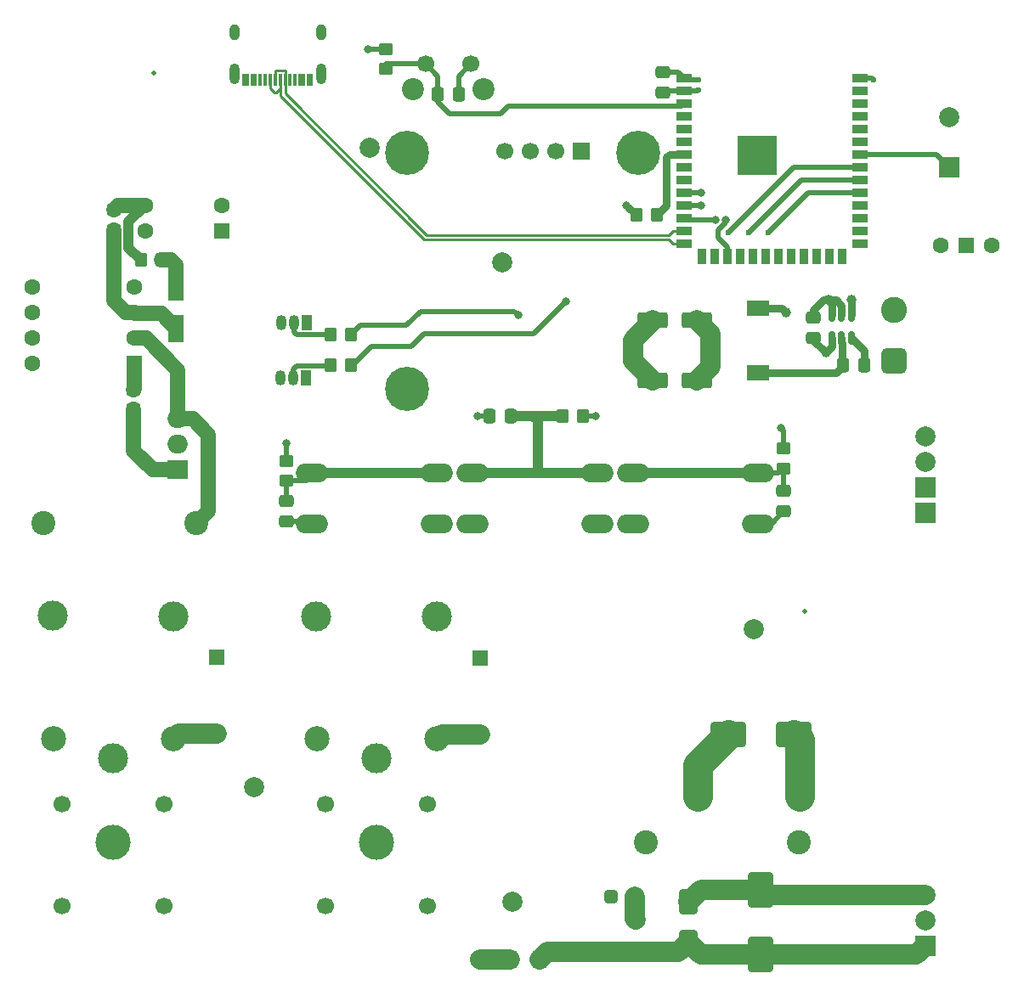
<source format=gbr>
%TF.GenerationSoftware,KiCad,Pcbnew,9.0.6*%
%TF.CreationDate,2026-01-02T13:15:05-05:00*%
%TF.ProjectId,Ionto,496f6e74-6f2e-46b6-9963-61645f706362,rev?*%
%TF.SameCoordinates,Original*%
%TF.FileFunction,Copper,L1,Top*%
%TF.FilePolarity,Positive*%
%FSLAX46Y46*%
G04 Gerber Fmt 4.6, Leading zero omitted, Abs format (unit mm)*
G04 Created by KiCad (PCBNEW 9.0.6) date 2026-01-02 13:15:05*
%MOMM*%
%LPD*%
G01*
G04 APERTURE LIST*
G04 Aperture macros list*
%AMRoundRect*
0 Rectangle with rounded corners*
0 $1 Rounding radius*
0 $2 $3 $4 $5 $6 $7 $8 $9 X,Y pos of 4 corners*
0 Add a 4 corners polygon primitive as box body*
4,1,4,$2,$3,$4,$5,$6,$7,$8,$9,$2,$3,0*
0 Add four circle primitives for the rounded corners*
1,1,$1+$1,$2,$3*
1,1,$1+$1,$4,$5*
1,1,$1+$1,$6,$7*
1,1,$1+$1,$8,$9*
0 Add four rect primitives between the rounded corners*
20,1,$1+$1,$2,$3,$4,$5,0*
20,1,$1+$1,$4,$5,$6,$7,0*
20,1,$1+$1,$6,$7,$8,$9,0*
20,1,$1+$1,$8,$9,$2,$3,0*%
G04 Aperture macros list end*
%TA.AperFunction,SMDPad,CuDef*%
%ADD10RoundRect,0.250000X0.350000X0.450000X-0.350000X0.450000X-0.350000X-0.450000X0.350000X-0.450000X0*%
%TD*%
%TA.AperFunction,SMDPad,CuDef*%
%ADD11RoundRect,0.250000X0.650000X-1.000000X0.650000X1.000000X-0.650000X1.000000X-0.650000X-1.000000X0*%
%TD*%
%TA.AperFunction,SMDPad,CuDef*%
%ADD12RoundRect,0.250000X-0.450000X0.350000X-0.450000X-0.350000X0.450000X-0.350000X0.450000X0.350000X0*%
%TD*%
%TA.AperFunction,SMDPad,CuDef*%
%ADD13RoundRect,0.250000X0.337500X0.475000X-0.337500X0.475000X-0.337500X-0.475000X0.337500X-0.475000X0*%
%TD*%
%TA.AperFunction,ComponentPad*%
%ADD14C,2.600000*%
%TD*%
%TA.AperFunction,ConnectorPad*%
%ADD15C,4.400000*%
%TD*%
%TA.AperFunction,ComponentPad*%
%ADD16O,3.200000X1.900000*%
%TD*%
%TA.AperFunction,WasherPad*%
%ADD17C,1.700000*%
%TD*%
%TA.AperFunction,ComponentPad*%
%ADD18C,3.500000*%
%TD*%
%TA.AperFunction,ComponentPad*%
%ADD19RoundRect,0.250000X0.550000X0.550000X-0.550000X0.550000X-0.550000X-0.550000X0.550000X-0.550000X0*%
%TD*%
%TA.AperFunction,ComponentPad*%
%ADD20C,1.600000*%
%TD*%
%TA.AperFunction,SMDPad,CuDef*%
%ADD21RoundRect,0.250001X0.462499X0.624999X-0.462499X0.624999X-0.462499X-0.624999X0.462499X-0.624999X0*%
%TD*%
%TA.AperFunction,ComponentPad*%
%ADD22R,1.050000X1.500000*%
%TD*%
%TA.AperFunction,ComponentPad*%
%ADD23O,1.050000X1.500000*%
%TD*%
%TA.AperFunction,SMDPad,CuDef*%
%ADD24C,0.500000*%
%TD*%
%TA.AperFunction,ComponentPad*%
%ADD25RoundRect,0.650000X0.650000X-0.650000X0.650000X0.650000X-0.650000X0.650000X-0.650000X-0.650000X0*%
%TD*%
%TA.AperFunction,SMDPad,CuDef*%
%ADD26RoundRect,0.250000X-0.475000X0.337500X-0.475000X-0.337500X0.475000X-0.337500X0.475000X0.337500X0*%
%TD*%
%TA.AperFunction,SMDPad,CuDef*%
%ADD27RoundRect,0.250000X0.550000X-1.137500X0.550000X1.137500X-0.550000X1.137500X-0.550000X-1.137500X0*%
%TD*%
%TA.AperFunction,SMDPad,CuDef*%
%ADD28RoundRect,0.250000X-1.500000X-1.000000X1.500000X-1.000000X1.500000X1.000000X-1.500000X1.000000X0*%
%TD*%
%TA.AperFunction,SMDPad,CuDef*%
%ADD29R,2.200000X1.500000*%
%TD*%
%TA.AperFunction,SMDPad,CuDef*%
%ADD30RoundRect,0.150000X-0.150000X0.512500X-0.150000X-0.512500X0.150000X-0.512500X0.150000X0.512500X0*%
%TD*%
%TA.AperFunction,SMDPad,CuDef*%
%ADD31RoundRect,0.250000X0.475000X-0.337500X0.475000X0.337500X-0.475000X0.337500X-0.475000X-0.337500X0*%
%TD*%
%TA.AperFunction,ComponentPad*%
%ADD32R,1.700000X1.700000*%
%TD*%
%TA.AperFunction,ComponentPad*%
%ADD33C,1.700000*%
%TD*%
%TA.AperFunction,SMDPad,CuDef*%
%ADD34RoundRect,0.250000X1.250000X0.550000X-1.250000X0.550000X-1.250000X-0.550000X1.250000X-0.550000X0*%
%TD*%
%TA.AperFunction,ComponentPad*%
%ADD35C,2.200000*%
%TD*%
%TA.AperFunction,ComponentPad*%
%ADD36R,2.000000X1.905000*%
%TD*%
%TA.AperFunction,ComponentPad*%
%ADD37O,2.000000X1.905000*%
%TD*%
%TA.AperFunction,ComponentPad*%
%ADD38C,3.000000*%
%TD*%
%TA.AperFunction,ComponentPad*%
%ADD39C,2.500000*%
%TD*%
%TA.AperFunction,SMDPad,CuDef*%
%ADD40RoundRect,0.250000X1.000000X-1.500000X1.000000X1.500000X-1.000000X1.500000X-1.000000X-1.500000X0*%
%TD*%
%TA.AperFunction,SMDPad,CuDef*%
%ADD41RoundRect,0.250000X-0.400000X-0.400000X0.400000X-0.400000X0.400000X0.400000X-0.400000X0.400000X0*%
%TD*%
%TA.AperFunction,SMDPad,CuDef*%
%ADD42RoundRect,0.250000X-0.750000X-0.400000X0.750000X-0.400000X0.750000X0.400000X-0.750000X0.400000X0*%
%TD*%
%TA.AperFunction,ComponentPad*%
%ADD43RoundRect,0.249999X-0.850001X-0.850001X0.850001X-0.850001X0.850001X0.850001X-0.850001X0.850001X0*%
%TD*%
%TA.AperFunction,ComponentPad*%
%ADD44R,2.000000X2.000000*%
%TD*%
%TA.AperFunction,ComponentPad*%
%ADD45C,2.000000*%
%TD*%
%TA.AperFunction,ComponentPad*%
%ADD46C,2.400000*%
%TD*%
%TA.AperFunction,SMDPad,CuDef*%
%ADD47RoundRect,0.250000X-0.337500X-0.475000X0.337500X-0.475000X0.337500X0.475000X-0.337500X0.475000X0*%
%TD*%
%TA.AperFunction,ComponentPad*%
%ADD48RoundRect,0.250000X-0.550000X0.550000X-0.550000X-0.550000X0.550000X-0.550000X0.550000X0.550000X0*%
%TD*%
%TA.AperFunction,SMDPad,CuDef*%
%ADD49R,1.500000X0.900000*%
%TD*%
%TA.AperFunction,SMDPad,CuDef*%
%ADD50R,0.900000X1.500000*%
%TD*%
%TA.AperFunction,HeatsinkPad*%
%ADD51C,0.600000*%
%TD*%
%TA.AperFunction,HeatsinkPad*%
%ADD52R,3.900000X3.900000*%
%TD*%
%TA.AperFunction,SMDPad,CuDef*%
%ADD53RoundRect,0.250000X0.450000X-0.350000X0.450000X0.350000X-0.450000X0.350000X-0.450000X-0.350000X0*%
%TD*%
%TA.AperFunction,SMDPad,CuDef*%
%ADD54R,0.300000X1.150000*%
%TD*%
%TA.AperFunction,HeatsinkPad*%
%ADD55O,1.000000X2.100000*%
%TD*%
%TA.AperFunction,HeatsinkPad*%
%ADD56O,1.000000X1.600000*%
%TD*%
%TA.AperFunction,ComponentPad*%
%ADD57R,1.500000X1.500000*%
%TD*%
%TA.AperFunction,ViaPad*%
%ADD58C,1.500000*%
%TD*%
%TA.AperFunction,ViaPad*%
%ADD59C,2.000000*%
%TD*%
%TA.AperFunction,ViaPad*%
%ADD60C,1.000000*%
%TD*%
%TA.AperFunction,ViaPad*%
%ADD61C,0.800000*%
%TD*%
%TA.AperFunction,ViaPad*%
%ADD62C,0.600000*%
%TD*%
%TA.AperFunction,Conductor*%
%ADD63C,1.500000*%
%TD*%
%TA.AperFunction,Conductor*%
%ADD64C,2.000000*%
%TD*%
%TA.AperFunction,Conductor*%
%ADD65C,3.000000*%
%TD*%
%TA.AperFunction,Conductor*%
%ADD66C,0.750000*%
%TD*%
%TA.AperFunction,Conductor*%
%ADD67C,0.250000*%
%TD*%
%TA.AperFunction,Conductor*%
%ADD68C,0.500000*%
%TD*%
%TA.AperFunction,Conductor*%
%ADD69C,1.000000*%
%TD*%
G04 APERTURE END LIST*
D10*
%TO.P,R1,1*%
%TO.N,PWM_OUT*%
X80000000Y-35260000D03*
%TO.P,R1,2*%
%TO.N,V_Control*%
X78000000Y-35260000D03*
%TD*%
D11*
%TO.P,D1,1,A1*%
%TO.N,V_Boost*%
X83150000Y-107760000D03*
%TO.P,D1,2,A2*%
%TO.N,Earth*%
X83150000Y-103760000D03*
%TD*%
D12*
%TO.P,R7,1*%
%TO.N,+3V3*%
X43150000Y-59760000D03*
%TO.P,R7,2*%
%TO.N,Dec - BTN*%
X43150000Y-61760000D03*
%TD*%
D13*
%TO.P,C1,1*%
%TO.N,Net-(U2-BST)*%
X100687500Y-50235000D03*
%TO.P,C1,2*%
%TO.N,Net-(U2-SW)*%
X98612500Y-50235000D03*
%TD*%
D14*
%TO.P,H1,1*%
%TO.N,N/C*%
X78214000Y-29020000D03*
D15*
X78214000Y-29020000D03*
%TD*%
D16*
%TO.P,SW5,1,1*%
%TO.N,Dec - BTN*%
X45650000Y-61010000D03*
X58150000Y-61010000D03*
%TO.P,SW5,2,2*%
%TO.N,GND*%
X45650000Y-66010000D03*
X58150000Y-66010000D03*
%TD*%
D17*
%TO.P,J5,*%
%TO.N,*%
X46990000Y-104170000D03*
X57150000Y-104170000D03*
X46990000Y-94010000D03*
X57150000Y-94010000D03*
D18*
%TO.P,J5,1,Pin_1*%
%TO.N,Electrode R*%
X52070000Y-97810000D03*
%TD*%
D19*
%TO.P,U5,1,OUT1*%
%TO.N,Net-(U5-OUT1)*%
X27980000Y-50070000D03*
D20*
%TO.P,U5,2,IN1-*%
%TO.N,Net-(Q3-S)*%
X27980000Y-47530000D03*
%TO.P,U5,3,IN1+*%
%TO.N,Filtered V_Control*%
X27980000Y-44990000D03*
%TO.P,U5,4,VCC-*%
%TO.N,Earth*%
X27980000Y-42450000D03*
%TO.P,U5,5,IN2+*%
%TO.N,unconnected-(U5-IN2+-Pad5)*%
X17820000Y-42450000D03*
%TO.P,U5,6,IN2-*%
%TO.N,unconnected-(U5-IN2--Pad6)*%
X17820000Y-44990000D03*
%TO.P,U5,7,OUT2*%
%TO.N,unconnected-(U5-OUT2-Pad7)*%
X17820000Y-47530000D03*
%TO.P,U5,8,VCC+*%
%TO.N,ISO_12v*%
X17820000Y-50070000D03*
%TD*%
D21*
%TO.P,50mA1,1*%
%TO.N,V_Boost*%
X68387500Y-109510000D03*
%TO.P,50mA1,2*%
%TO.N,V_Boost_FUSED*%
X65412500Y-109510000D03*
%TD*%
D22*
%TO.P,Q1,1,E*%
%TO.N,GND*%
X45110000Y-51510000D03*
D23*
%TO.P,Q1,2,B*%
%TO.N,Net-(Q1-B)*%
X43840000Y-51510000D03*
%TO.P,Q1,3,C*%
%TO.N,Net-(D3-A)*%
X42570000Y-51510000D03*
%TD*%
D10*
%TO.P,R14,1*%
%TO.N,Earth*%
X30650000Y-39760000D03*
%TO.P,R14,2*%
%TO.N,Net-(R13-Pad2)*%
X28650000Y-39760000D03*
%TD*%
D24*
%TO.P,REF\u002A\u002A,*%
%TO.N,*%
X94800000Y-74760000D03*
%TD*%
D12*
%TO.P,R5,1*%
%TO.N,+3V3*%
X92650000Y-58510000D03*
%TO.P,R5,2*%
%TO.N,Enter BTN*%
X92650000Y-60510000D03*
%TD*%
D25*
%TO.P,J1,1,Pin_1*%
%TO.N,GND*%
X103650000Y-49800000D03*
D14*
%TO.P,J1,2,Pin_2*%
%TO.N,Net-(J1-Pin_2)*%
X103650000Y-44720000D03*
%TD*%
D26*
%TO.P,C6,1*%
%TO.N,Enter BTN*%
X92650000Y-62722500D03*
%TO.P,C6,2*%
%TO.N,GND*%
X92650000Y-64797500D03*
%TD*%
D27*
%TO.P,C11,1*%
%TO.N,Filtered V_Control*%
X32150000Y-46572500D03*
%TO.P,C11,2*%
%TO.N,Earth*%
X32150000Y-42447500D03*
%TD*%
D28*
%TO.P,C10,1*%
%TO.N,ISO_12v*%
X87150000Y-87010000D03*
%TO.P,C10,2*%
%TO.N,Earth*%
X93650000Y-87010000D03*
%TD*%
D10*
%TO.P,R6,1*%
%TO.N,+3V3*%
X72650000Y-55260000D03*
%TO.P,R6,2*%
%TO.N,Inc + BTN*%
X70650000Y-55260000D03*
%TD*%
D22*
%TO.P,Q2,1,E*%
%TO.N,GND*%
X45150000Y-46010000D03*
D23*
%TO.P,Q2,2,B*%
%TO.N,Net-(Q2-B)*%
X43880000Y-46010000D03*
%TO.P,Q2,3,C*%
%TO.N,Net-(D2-A)*%
X42610000Y-46010000D03*
%TD*%
D16*
%TO.P,SW4,1,1*%
%TO.N,Inc + BTN*%
X61650000Y-61010000D03*
X74150000Y-61010000D03*
%TO.P,SW4,2,2*%
%TO.N,GND*%
X61650000Y-66010000D03*
X74150000Y-66010000D03*
%TD*%
D29*
%TO.P,L1,1,1*%
%TO.N,Net-(U2-SW)*%
X90150000Y-50960000D03*
%TO.P,L1,2,2*%
%TO.N,+3V3*%
X90150000Y-44560000D03*
%TD*%
D30*
%TO.P,U2,1,FB*%
%TO.N,+3V3*%
X99400000Y-45235000D03*
%TO.P,U2,2,EN*%
%TO.N,Vbat*%
X98450000Y-45235000D03*
%TO.P,U2,3,IN*%
X97500000Y-45235000D03*
%TO.P,U2,4,GND*%
%TO.N,GND*%
X97500000Y-47510000D03*
%TO.P,U2,5,SW*%
%TO.N,Net-(U2-SW)*%
X98450000Y-47510000D03*
%TO.P,U2,6,BST*%
%TO.N,Net-(U2-BST)*%
X99400000Y-47510000D03*
%TD*%
D31*
%TO.P,C12,1*%
%TO.N,+3V3*%
X80650000Y-23047500D03*
%TO.P,C12,2*%
%TO.N,GND*%
X80650000Y-20972500D03*
%TD*%
D32*
%TO.P,J2,1,Pin_1*%
%TO.N,SDA*%
X72497000Y-28860000D03*
D33*
%TO.P,J2,2,Pin_2*%
%TO.N,SCL*%
X69957000Y-28860000D03*
%TO.P,J2,3,Pin_3*%
%TO.N,+3V3*%
X67417000Y-28860000D03*
%TO.P,J2,4,Pin_4*%
%TO.N,GND*%
X64877000Y-28860000D03*
%TD*%
D34*
%TO.P,C3,1*%
%TO.N,+3V3*%
X84050000Y-51760000D03*
%TO.P,C3,2*%
%TO.N,GND*%
X79650000Y-51760000D03*
%TD*%
D12*
%TO.P,R4,1*%
%TO.N,+3V3*%
X52999000Y-18701000D03*
%TO.P,R4,2*%
%TO.N,EN*%
X52999000Y-20701000D03*
%TD*%
D16*
%TO.P,SW3,1,1*%
%TO.N,Enter BTN*%
X77650000Y-61010000D03*
X90150000Y-61010000D03*
%TO.P,SW3,2,2*%
%TO.N,GND*%
X77650000Y-66010000D03*
X90150000Y-66010000D03*
%TD*%
D35*
%TO.P,SW2,*%
%TO.N,*%
X55749000Y-22701000D03*
X62749000Y-22701000D03*
D33*
%TO.P,SW2,1,1*%
%TO.N,EN*%
X56999000Y-20201000D03*
%TO.P,SW2,2,2*%
%TO.N,GND*%
X61499000Y-20201000D03*
%TD*%
D10*
%TO.P,R8,1*%
%TO.N,IN2*%
X49550000Y-50250000D03*
%TO.P,R8,2*%
%TO.N,Net-(Q1-B)*%
X47550000Y-50250000D03*
%TD*%
D36*
%TO.P,Q3,1,G*%
%TO.N,Net-(Q3-G)*%
X32300000Y-60650000D03*
D37*
%TO.P,Q3,2,D*%
%TO.N,REG_Drain*%
X32300000Y-58110000D03*
%TO.P,Q3,3,S*%
%TO.N,Net-(Q3-S)*%
X32300000Y-55570000D03*
%TD*%
D26*
%TO.P,C8,1*%
%TO.N,Dec - BTN*%
X43150000Y-63722500D03*
%TO.P,C8,2*%
%TO.N,GND*%
X43150000Y-65797500D03*
%TD*%
D13*
%TO.P,C7,1*%
%TO.N,Inc + BTN*%
X65437500Y-55260000D03*
%TO.P,C7,2*%
%TO.N,GND*%
X63362500Y-55260000D03*
%TD*%
D38*
%TO.P,K1,1*%
%TO.N,Electrode L*%
X25850000Y-89410000D03*
D39*
%TO.P,K1,2*%
%TO.N,Net-(D2-A)*%
X31900000Y-87460000D03*
D38*
%TO.P,K1,3*%
%TO.N,V_Boost_FUSED*%
X31900000Y-75260000D03*
%TO.P,K1,4*%
%TO.N,REG_Drain*%
X19850000Y-75210000D03*
D39*
%TO.P,K1,5*%
%TO.N,Vbat*%
X19900000Y-87460000D03*
%TD*%
D40*
%TO.P,C9,1*%
%TO.N,V_Boost*%
X90400000Y-109010000D03*
%TO.P,C9,2*%
%TO.N,Earth*%
X90400000Y-102510000D03*
%TD*%
D14*
%TO.P,H3,1*%
%TO.N,N/C*%
X55114000Y-52580000D03*
D15*
X55114000Y-52580000D03*
%TD*%
D41*
%TO.P,RV1,1,1*%
%TO.N,Net-(U4-ADJ)*%
X77800000Y-103260000D03*
D42*
%TO.P,RV1,2,2*%
%TO.N,V_Boost*%
X76650000Y-108760000D03*
D41*
%TO.P,RV1,3,3*%
%TO.N,unconnected-(RV1-Pad3)*%
X75500000Y-103260000D03*
%TD*%
D34*
%TO.P,C4,1*%
%TO.N,+3V3*%
X84050000Y-45760000D03*
%TO.P,C4,2*%
%TO.N,GND*%
X79650000Y-45760000D03*
%TD*%
D43*
%TO.P,D4,1,K*%
%TO.N,ISO_12v*%
X84070000Y-93260000D03*
D35*
%TO.P,D4,2,A*%
%TO.N,Earth*%
X94230000Y-93260000D03*
%TD*%
D44*
%TO.P,BZ1,1,+*%
%TO.N,Buzzer*%
X109150000Y-30510000D03*
D45*
%TO.P,BZ1,2,-*%
%TO.N,GND*%
X109150000Y-25510000D03*
%TD*%
D26*
%TO.P,C2,1*%
%TO.N,Vbat*%
X95650000Y-45447500D03*
%TO.P,C2,2*%
%TO.N,GND*%
X95650000Y-47522500D03*
%TD*%
D38*
%TO.P,K2,1*%
%TO.N,Electrode R*%
X52100000Y-89460000D03*
D39*
%TO.P,K2,2*%
%TO.N,Net-(D3-A)*%
X58150000Y-87510000D03*
D38*
%TO.P,K2,3*%
%TO.N,V_Boost_FUSED*%
X58150000Y-75310000D03*
%TO.P,K2,4*%
%TO.N,REG_Drain*%
X46100000Y-75260000D03*
D39*
%TO.P,K2,5*%
%TO.N,Vbat*%
X46150000Y-87510000D03*
%TD*%
D46*
%TO.P,R12,1*%
%TO.N,V_Boost*%
X94150000Y-97760000D03*
%TO.P,R12,2*%
%TO.N,ISO_12v*%
X78910000Y-97760000D03*
%TD*%
D47*
%TO.P,C5,1*%
%TO.N,EN*%
X58211500Y-23201000D03*
%TO.P,C5,2*%
%TO.N,GND*%
X60286500Y-23201000D03*
%TD*%
D48*
%TO.P,D2,1,K*%
%TO.N,Vbat*%
X36150000Y-79340000D03*
D20*
%TO.P,D2,2,A*%
%TO.N,Net-(D2-A)*%
X36150000Y-86960000D03*
%TD*%
D17*
%TO.P,J4,*%
%TO.N,*%
X20740000Y-104120000D03*
X30900000Y-104120000D03*
X20740000Y-93960000D03*
X30900000Y-93960000D03*
D18*
%TO.P,J4,1,Pin_1*%
%TO.N,Electrode L*%
X25820000Y-97760000D03*
%TD*%
D46*
%TO.P,R11,1*%
%TO.N,Net-(Q3-S)*%
X34150000Y-66000000D03*
%TO.P,R11,2*%
%TO.N,Earth*%
X18910000Y-66000000D03*
%TD*%
D49*
%TO.P,U3,1,GND*%
%TO.N,GND*%
X82779216Y-21600000D03*
%TO.P,U3,2,3V3*%
%TO.N,+3V3*%
X82779216Y-22870000D03*
%TO.P,U3,3,EN*%
%TO.N,EN*%
X82779216Y-24140000D03*
%TO.P,U3,4,IO4*%
%TO.N,unconnected-(U3-IO4-Pad4)*%
X82779216Y-25410000D03*
%TO.P,U3,5,IO5*%
%TO.N,unconnected-(U3-IO5-Pad5)*%
X82779216Y-26680000D03*
%TO.P,U3,6,IO6*%
%TO.N,unconnected-(U3-IO6-Pad6)*%
X82779216Y-27950000D03*
%TO.P,U3,7,IO7*%
%TO.N,PWM_OUT*%
X82779216Y-29220000D03*
%TO.P,U3,8,IO15*%
%TO.N,unconnected-(U3-IO15-Pad8)*%
X82779216Y-30490000D03*
%TO.P,U3,9,IO16*%
%TO.N,unconnected-(U3-IO16-Pad9)*%
X82779216Y-31760000D03*
%TO.P,U3,10,IO17*%
%TO.N,IN1*%
X82779216Y-33030000D03*
%TO.P,U3,11,IO18*%
%TO.N,IN2*%
X82779216Y-34300000D03*
%TO.P,U3,12,IO8*%
%TO.N,SDA*%
X82779216Y-35570000D03*
%TO.P,U3,13,USB_D-*%
%TO.N,D-*%
X82779216Y-36840000D03*
%TO.P,U3,14,USB_D+*%
%TO.N,D+*%
X82779216Y-38110000D03*
D50*
%TO.P,U3,15,IO3*%
%TO.N,unconnected-(U3-IO3-Pad15)*%
X84544216Y-39360000D03*
%TO.P,U3,16,IO46*%
%TO.N,unconnected-(U3-IO46-Pad16)*%
X85814216Y-39360000D03*
%TO.P,U3,17,IO9*%
%TO.N,SCL*%
X87084216Y-39360000D03*
%TO.P,U3,18,IO10*%
%TO.N,unconnected-(U3-IO10-Pad18)*%
X88354216Y-39360000D03*
%TO.P,U3,19,IO11*%
%TO.N,unconnected-(U3-IO11-Pad19)*%
X89624216Y-39360000D03*
%TO.P,U3,20,IO12*%
%TO.N,unconnected-(U3-IO12-Pad20)*%
X90894216Y-39360000D03*
%TO.P,U3,21,IO13*%
%TO.N,unconnected-(U3-IO13-Pad21)*%
X92164216Y-39360000D03*
%TO.P,U3,22,IO14*%
%TO.N,unconnected-(U3-IO14-Pad22)*%
X93434216Y-39360000D03*
%TO.P,U3,23,IO21*%
%TO.N,unconnected-(U3-IO21-Pad23)*%
X94704216Y-39360000D03*
%TO.P,U3,24,IO47*%
%TO.N,unconnected-(U3-IO47-Pad24)*%
X95974216Y-39360000D03*
%TO.P,U3,25,IO48*%
%TO.N,unconnected-(U3-IO48-Pad25)*%
X97244216Y-39360000D03*
%TO.P,U3,26,IO45*%
%TO.N,unconnected-(U3-IO45-Pad26)*%
X98514216Y-39360000D03*
D49*
%TO.P,U3,27,IO0*%
%TO.N,unconnected-(U3-IO0-Pad27)*%
X100279216Y-38110000D03*
%TO.P,U3,28,IO35*%
%TO.N,unconnected-(U3-IO35-Pad28)*%
X100279216Y-36840000D03*
%TO.P,U3,29,IO36*%
%TO.N,unconnected-(U3-IO36-Pad29)*%
X100279216Y-35570000D03*
%TO.P,U3,30,IO37*%
%TO.N,unconnected-(U3-IO37-Pad30)*%
X100279216Y-34300000D03*
%TO.P,U3,31,IO38*%
%TO.N,Enter BTN*%
X100279216Y-33030000D03*
%TO.P,U3,32,IO39*%
%TO.N,Inc + BTN*%
X100279216Y-31760000D03*
%TO.P,U3,33,IO40*%
%TO.N,Dec - BTN*%
X100279216Y-30490000D03*
%TO.P,U3,34,IO41*%
%TO.N,Buzzer*%
X100279216Y-29220000D03*
%TO.P,U3,35,IO42*%
%TO.N,unconnected-(U3-IO42-Pad35)*%
X100279216Y-27950000D03*
%TO.P,U3,36,RXD0*%
%TO.N,unconnected-(U3-RXD0-Pad36)*%
X100279216Y-26680000D03*
%TO.P,U3,37,TXD0*%
%TO.N,unconnected-(U3-TXD0-Pad37)*%
X100279216Y-25410000D03*
%TO.P,U3,38,IO2*%
%TO.N,unconnected-(U3-IO2-Pad38)*%
X100279216Y-24140000D03*
%TO.P,U3,39,IO1*%
%TO.N,unconnected-(U3-IO1-Pad39)*%
X100279216Y-22870000D03*
%TO.P,U3,40,GND*%
%TO.N,GND*%
X100279216Y-21600000D03*
D51*
%TO.P,U3,41,GND*%
X88629216Y-28620000D03*
X88629216Y-30020000D03*
X89329216Y-27920000D03*
X89329216Y-29320000D03*
X89329216Y-30720000D03*
X90029216Y-28620000D03*
D52*
X90029216Y-29320000D03*
D51*
X90029216Y-30020000D03*
X90729216Y-27920000D03*
X90729216Y-29320000D03*
X90729216Y-30720000D03*
X91429216Y-28620000D03*
X91429216Y-30020000D03*
%TD*%
D45*
%TO.P,U4,1,Vin+*%
%TO.N,Vbat*%
X106800000Y-57310000D03*
%TO.P,U4,2,Vin+*%
X106800000Y-59850000D03*
D44*
%TO.P,U4,3,Vin-*%
%TO.N,GND*%
X106800000Y-62390000D03*
%TO.P,U4,4,Vin-*%
X106800000Y-64930000D03*
D45*
%TO.P,U4,5,-VDC*%
%TO.N,Earth*%
X106800000Y-103030000D03*
%TO.P,U4,6,ADJ*%
%TO.N,Net-(U4-ADJ)*%
X106800000Y-105570000D03*
D44*
%TO.P,U4,7,+VDC*%
%TO.N,V_Boost*%
X106800000Y-108110000D03*
%TD*%
D14*
%TO.P,H2,1*%
%TO.N,N/C*%
X55114000Y-29020000D03*
D15*
X55114000Y-29020000D03*
%TD*%
D53*
%TO.P,R13,1*%
%TO.N,Filtered V_Control*%
X25900000Y-36760000D03*
%TO.P,R13,2*%
%TO.N,Net-(R13-Pad2)*%
X25900000Y-34760000D03*
%TD*%
D24*
%TO.P,REF\u002A\u002A,*%
%TO.N,*%
X29900000Y-21060000D03*
%TD*%
D54*
%TO.P,J3,A1,GND*%
%TO.N,GND*%
X45600000Y-21735000D03*
%TO.P,J3,A4,VBUS*%
%TO.N,unconnected-(J3-VBUS-PadA4)*%
X44800000Y-21735000D03*
%TO.P,J3,A5,CC1*%
%TO.N,Net-(J3-CC1)*%
X43500000Y-21735000D03*
%TO.P,J3,A6,D+*%
%TO.N,D+*%
X42500000Y-21735000D03*
%TO.P,J3,A7,D-*%
%TO.N,D-*%
X42000000Y-21735000D03*
%TO.P,J3,A8*%
%TO.N,N/C*%
X41000000Y-21735000D03*
%TO.P,J3,A9,VBUS*%
%TO.N,unconnected-(J3-VBUS-PadA4)_1*%
X39700000Y-21735000D03*
%TO.P,J3,A12,GND*%
%TO.N,GND*%
X38900000Y-21735000D03*
%TO.P,J3,B1,GND*%
X39200000Y-21735000D03*
%TO.P,J3,B4,VBUS*%
%TO.N,unconnected-(J3-VBUS-PadA4)_3*%
X40000000Y-21735000D03*
%TO.P,J3,B5,CC2*%
%TO.N,Net-(J3-CC2)*%
X40500000Y-21735000D03*
%TO.P,J3,B6,D+*%
%TO.N,D+*%
X41500000Y-21735000D03*
%TO.P,J3,B7,D-*%
%TO.N,D-*%
X43000000Y-21735000D03*
%TO.P,J3,B8*%
%TO.N,N/C*%
X44000000Y-21735000D03*
%TO.P,J3,B9,VBUS*%
%TO.N,unconnected-(J3-VBUS-PadA4)_2*%
X44500000Y-21735000D03*
%TO.P,J3,B12,GND*%
%TO.N,GND*%
X45300000Y-21735000D03*
D55*
%TO.P,J3,S1,SHIELD*%
X46570000Y-21170000D03*
D56*
X46570000Y-16990000D03*
D55*
X37930000Y-21170000D03*
D56*
X37930000Y-16990000D03*
%TD*%
D53*
%TO.P,R10,1*%
%TO.N,Net-(Q3-G)*%
X27900000Y-54660000D03*
%TO.P,R10,2*%
%TO.N,Net-(U5-OUT1)*%
X27900000Y-52660000D03*
%TD*%
D48*
%TO.P,D3,1,K*%
%TO.N,Vbat*%
X62400000Y-79450000D03*
D20*
%TO.P,D3,2,A*%
%TO.N,Net-(D3-A)*%
X62400000Y-87070000D03*
%TD*%
D57*
%TO.P,SW1,1,B*%
%TO.N,Vbat*%
X110860000Y-38260000D03*
D20*
%TO.P,SW1,2,C*%
%TO.N,Net-(J1-Pin_2)*%
X113400000Y-38260000D03*
%TO.P,SW1,3,A*%
%TO.N,unconnected-(SW1-A-Pad3)*%
X108320000Y-38260000D03*
%TD*%
D19*
%TO.P,U6,1*%
%TO.N,V_Control*%
X36650000Y-36800000D03*
D20*
%TO.P,U6,2*%
%TO.N,GND*%
X36650000Y-34260000D03*
%TO.P,U6,3*%
%TO.N,Net-(R13-Pad2)*%
X29030000Y-34260000D03*
%TO.P,U6,4*%
%TO.N,ISO_12v*%
X29030000Y-36800000D03*
%TD*%
D10*
%TO.P,R9,1*%
%TO.N,IN1*%
X49550000Y-47200000D03*
%TO.P,R9,2*%
%TO.N,Net-(Q2-B)*%
X47550000Y-47200000D03*
%TD*%
D58*
%TO.N,Earth*%
X32150000Y-40260000D03*
D59*
X85400000Y-102510000D03*
X65650000Y-103760000D03*
%TO.N,Vbat*%
X89650000Y-76510000D03*
D60*
X97150000Y-43735000D03*
D59*
%TO.N,V_Boost*%
X72900000Y-108760000D03*
X85400000Y-109010000D03*
%TO.N,GND*%
X51408565Y-28574878D03*
D61*
X62150000Y-55260000D03*
D62*
X101650000Y-21760000D03*
D59*
X77650000Y-48510000D03*
D62*
X84150000Y-21760000D03*
D60*
X96900000Y-48985000D03*
D62*
%TO.N,Dec - BTN*%
X87150000Y-37010000D03*
D61*
%TO.N,IN2*%
X84400000Y-34260000D03*
X71000000Y-43860000D03*
D59*
%TO.N,V_Boost_FUSED*%
X39900000Y-92260000D03*
X62400000Y-109510000D03*
D61*
%TO.N,IN1*%
X66200000Y-45260000D03*
X84400000Y-33010000D03*
%TO.N,SCL*%
X86900000Y-35760000D03*
%TO.N,SDA*%
X85900000Y-35760000D03*
D59*
%TO.N,+3V3*%
X64650000Y-40010000D03*
D61*
X43150000Y-58010000D03*
X92400000Y-56510000D03*
D60*
X99400000Y-43735000D03*
D61*
X51249000Y-18701000D03*
D59*
X85400000Y-48510000D03*
D60*
X92900000Y-45010000D03*
D62*
X84150000Y-22760000D03*
D61*
X73900000Y-55260000D03*
D62*
%TO.N,Enter BTN*%
X91150000Y-37010000D03*
%TO.N,Inc + BTN*%
X89150000Y-37010000D03*
D61*
%TO.N,V_Control*%
X76977515Y-34294656D03*
D59*
%TO.N,Net-(U4-ADJ)*%
X77900000Y-105510000D03*
%TD*%
D63*
%TO.N,Earth*%
X32150000Y-42447500D02*
X32150000Y-40260000D01*
D64*
X90920000Y-103030000D02*
X90400000Y-102510000D01*
X84400000Y-102510000D02*
X83150000Y-103760000D01*
D63*
X31650000Y-39760000D02*
X32150000Y-40260000D01*
D64*
X90400000Y-102510000D02*
X85400000Y-102510000D01*
X85400000Y-102510000D02*
X84400000Y-102510000D01*
D65*
X94230000Y-93260000D02*
X94230000Y-87590000D01*
X94230000Y-87590000D02*
X93650000Y-87010000D01*
D64*
X106800000Y-103030000D02*
X90920000Y-103030000D01*
D63*
X30650000Y-39760000D02*
X31650000Y-39760000D01*
D66*
%TO.N,Vbat*%
X97150000Y-43735000D02*
X97150000Y-43785000D01*
X98450000Y-44285000D02*
X98450000Y-45235000D01*
X97150000Y-43735000D02*
X96650000Y-43735000D01*
X97900000Y-43735000D02*
X98450000Y-44285000D01*
X95650000Y-44735000D02*
X95650000Y-45447500D01*
X97500000Y-44135000D02*
X97500000Y-45235000D01*
X97150000Y-43785000D02*
X97500000Y-44135000D01*
X96650000Y-43735000D02*
X95650000Y-44735000D01*
X97150000Y-43735000D02*
X97900000Y-43735000D01*
%TO.N,Net-(U2-SW)*%
X98524000Y-47978918D02*
X98450000Y-47904918D01*
X90150000Y-50960000D02*
X97887500Y-50960000D01*
X98450000Y-47904918D02*
X98450000Y-47510000D01*
X98612500Y-50235000D02*
X98524000Y-50146500D01*
X97887500Y-50960000D02*
X98612500Y-50235000D01*
X98524000Y-50146500D02*
X98524000Y-47978918D01*
D64*
%TO.N,V_Boost*%
X76650000Y-108760000D02*
X72900000Y-108760000D01*
X69137500Y-108760000D02*
X68387500Y-109510000D01*
X85400000Y-109010000D02*
X84400000Y-109010000D01*
X105900000Y-109010000D02*
X106800000Y-108110000D01*
X90400000Y-109010000D02*
X105900000Y-109010000D01*
X90400000Y-109010000D02*
X85400000Y-109010000D01*
X84400000Y-109010000D02*
X83150000Y-107760000D01*
X72900000Y-108760000D02*
X69137500Y-108760000D01*
X82150000Y-108760000D02*
X83150000Y-107760000D01*
X76650000Y-108760000D02*
X82150000Y-108760000D01*
D66*
%TO.N,Net-(U2-BST)*%
X100687500Y-48797500D02*
X99400000Y-47510000D01*
X100687500Y-50235000D02*
X100687500Y-48797500D01*
D67*
%TO.N,D-*%
X42000000Y-20850000D02*
X42000000Y-21735000D01*
X57103554Y-37250000D02*
X81244215Y-37250000D01*
X43000000Y-21735000D02*
X43000000Y-20858000D01*
X43000000Y-21735000D02*
X43000000Y-23146446D01*
X43000000Y-20858000D02*
X42976000Y-20834000D01*
X42976000Y-20834000D02*
X42016000Y-20834000D01*
X57076777Y-37223223D02*
X57103554Y-37250000D01*
X43000000Y-23146446D02*
X57076777Y-37223223D01*
X81244215Y-37250000D02*
X81654215Y-36840000D01*
X81654215Y-36840000D02*
X82779216Y-36840000D01*
X42016000Y-20834000D02*
X42000000Y-20850000D01*
D63*
%TO.N,Filtered V_Control*%
X30637500Y-45060000D02*
X28050000Y-45060000D01*
X32150000Y-46572500D02*
X30637500Y-45060000D01*
X28050000Y-45060000D02*
X27980000Y-44990000D01*
X25900000Y-43760000D02*
X27130000Y-44990000D01*
X25900000Y-36760000D02*
X25900000Y-43760000D01*
X27130000Y-44990000D02*
X27980000Y-44990000D01*
D64*
%TO.N,Net-(D2-A)*%
X32400000Y-86960000D02*
X31900000Y-87460000D01*
X36150000Y-86960000D02*
X32400000Y-86960000D01*
%TO.N,Net-(D3-A)*%
X58590000Y-87070000D02*
X58150000Y-87510000D01*
X62400000Y-87070000D02*
X58590000Y-87070000D01*
D68*
%TO.N,GND*%
X101490000Y-21600000D02*
X101650000Y-21760000D01*
X80650000Y-20972500D02*
X82151716Y-20972500D01*
D66*
X97500000Y-48385000D02*
X97500000Y-47510000D01*
D68*
X89900000Y-66010000D02*
X91437500Y-66010000D01*
X82151716Y-20972500D02*
X82779216Y-21600000D01*
D66*
X96900000Y-48985000D02*
X97500000Y-48385000D01*
D68*
X45687500Y-65797500D02*
X45900000Y-66010000D01*
X100279216Y-21600000D02*
X101490000Y-21600000D01*
X60286500Y-23201000D02*
X60286500Y-21413500D01*
X82779216Y-21600000D02*
X82939216Y-21760000D01*
X82939216Y-21760000D02*
X84150000Y-21760000D01*
D64*
X77650000Y-47760000D02*
X77650000Y-48510000D01*
D66*
X95650000Y-47735000D02*
X96900000Y-48985000D01*
D68*
X43150000Y-65797500D02*
X45687500Y-65797500D01*
D64*
X77650000Y-48510000D02*
X77650000Y-49760000D01*
X79650000Y-45760000D02*
X77650000Y-47760000D01*
D68*
X62150000Y-55260000D02*
X63362500Y-55260000D01*
X60286500Y-21413500D02*
X61499000Y-20201000D01*
D64*
X77650000Y-49760000D02*
X79650000Y-51760000D01*
D66*
X95650000Y-47522500D02*
X95650000Y-47735000D01*
D68*
X91437500Y-66010000D02*
X92650000Y-64797500D01*
X108400000Y-25510000D02*
X109150000Y-25510000D01*
D65*
%TO.N,ISO_12v*%
X84070000Y-93260000D02*
X84070000Y-90090000D01*
X84070000Y-90090000D02*
X87150000Y-87010000D01*
D67*
%TO.N,D+*%
X42500000Y-23353554D02*
X56723223Y-37576777D01*
X81244215Y-37700000D02*
X81654215Y-38110000D01*
X81654215Y-38110000D02*
X82779216Y-38110000D01*
X41500000Y-22612000D02*
X41900000Y-23012000D01*
X56846446Y-37700000D02*
X81244215Y-37700000D01*
X42500000Y-21735000D02*
X42500000Y-22612000D01*
X42100000Y-23012000D02*
X42500000Y-22612000D01*
X42500000Y-22612000D02*
X42500000Y-23353554D01*
X56723223Y-37576777D02*
X56846446Y-37700000D01*
X41500000Y-21735000D02*
X41500000Y-22612000D01*
X42500000Y-21735000D02*
X42500000Y-23353554D01*
X41900000Y-23012000D02*
X42100000Y-23012000D01*
D68*
%TO.N,Dec - BTN*%
X100279216Y-30490000D02*
X93661216Y-30490000D01*
X43150000Y-61760000D02*
X45150000Y-61760000D01*
D69*
X58400000Y-61010000D02*
X45900000Y-61010000D01*
D68*
X43150000Y-61760000D02*
X43150000Y-63722500D01*
X45150000Y-61760000D02*
X45900000Y-61010000D01*
X93661216Y-30490000D02*
X87150000Y-37001216D01*
X87150000Y-37010000D02*
X87150000Y-37001216D01*
%TO.N,IN2*%
X70990000Y-43860000D02*
X67750000Y-47100000D01*
X82819216Y-34260000D02*
X82779216Y-34300000D01*
X51600000Y-48350000D02*
X49700000Y-50250000D01*
X49700000Y-50250000D02*
X49550000Y-50250000D01*
X71000000Y-43860000D02*
X70990000Y-43860000D01*
X84400000Y-34260000D02*
X82819216Y-34260000D01*
X55550000Y-48350000D02*
X51600000Y-48350000D01*
X56800000Y-47100000D02*
X55550000Y-48350000D01*
X67750000Y-47100000D02*
X56800000Y-47100000D01*
D64*
%TO.N,V_Boost_FUSED*%
X65412500Y-109510000D02*
X62400000Y-109510000D01*
D63*
%TO.N,Net-(Q3-S)*%
X29111370Y-47530000D02*
X32300000Y-50718630D01*
X32300000Y-55570000D02*
X33770000Y-55570000D01*
X32300000Y-50718630D02*
X32300000Y-55570000D01*
X27980000Y-47530000D02*
X29111370Y-47530000D01*
X33770000Y-55570000D02*
X35350000Y-57150000D01*
X35350000Y-57150000D02*
X35350000Y-64800000D01*
X35350000Y-64800000D02*
X34150000Y-66000000D01*
D66*
%TO.N,PWM_OUT*%
X81000000Y-29499216D02*
X81000000Y-34260000D01*
X81000000Y-34260000D02*
X80000000Y-35260000D01*
X82779216Y-29220000D02*
X81279216Y-29220000D01*
X81279216Y-29220000D02*
X81000000Y-29499216D01*
D63*
%TO.N,Net-(Q3-G)*%
X27900000Y-58750000D02*
X29800000Y-60650000D01*
X29800000Y-60650000D02*
X32300000Y-60650000D01*
X27900000Y-54660000D02*
X27900000Y-58750000D01*
D68*
%TO.N,IN1*%
X66200000Y-45260000D02*
X65800000Y-44860000D01*
X50490000Y-46260000D02*
X49550000Y-47200000D01*
X55100000Y-46260000D02*
X50490000Y-46260000D01*
X84400000Y-33010000D02*
X82799216Y-33010000D01*
X82799216Y-33010000D02*
X82779216Y-33030000D01*
X56500000Y-44860000D02*
X55100000Y-46260000D01*
X65800000Y-44860000D02*
X56500000Y-44860000D01*
%TO.N,SCL*%
X86150000Y-36713496D02*
X86150000Y-37510000D01*
X86150000Y-37510000D02*
X87084216Y-38444216D01*
X87084216Y-38444216D02*
X87084216Y-39360000D01*
X86900000Y-35760000D02*
X86900000Y-35963496D01*
X86900000Y-35963496D02*
X86150000Y-36713496D01*
%TO.N,SDA*%
X82969216Y-35760000D02*
X82779216Y-35570000D01*
X85900000Y-35760000D02*
X82969216Y-35760000D01*
%TO.N,+3V3*%
X80827500Y-22870000D02*
X80650000Y-23047500D01*
D66*
X99400000Y-45235000D02*
X99400000Y-43735000D01*
D64*
X84050000Y-45760000D02*
X85400000Y-47110000D01*
X85400000Y-47110000D02*
X85400000Y-48510000D01*
X85400000Y-48510000D02*
X85400000Y-50410000D01*
D66*
X90150000Y-44560000D02*
X92450000Y-44560000D01*
D68*
X51249000Y-18701000D02*
X52999000Y-18701000D01*
X92650000Y-56760000D02*
X92400000Y-56510000D01*
X72650000Y-55260000D02*
X73900000Y-55260000D01*
X84040000Y-22870000D02*
X84150000Y-22760000D01*
X92650000Y-58510000D02*
X92650000Y-56760000D01*
D66*
X92450000Y-44560000D02*
X92900000Y-45010000D01*
D68*
X82779216Y-22870000D02*
X80827500Y-22870000D01*
X82779216Y-22870000D02*
X84040000Y-22870000D01*
D64*
X85400000Y-50410000D02*
X84050000Y-51760000D01*
D68*
X43150000Y-59760000D02*
X43150000Y-58010000D01*
%TO.N,Enter BTN*%
X92150000Y-61010000D02*
X92650000Y-60510000D01*
X95130000Y-33030000D02*
X100279216Y-33030000D01*
X91150000Y-37010000D02*
X95130000Y-33030000D01*
X89900000Y-61010000D02*
X92150000Y-61010000D01*
X92650000Y-60510000D02*
X92650000Y-62722500D01*
D69*
X77400000Y-61010000D02*
X89900000Y-61010000D01*
D68*
%TO.N,Buzzer*%
X107860000Y-29220000D02*
X100279216Y-29220000D01*
X109150000Y-30510000D02*
X107860000Y-29220000D01*
%TO.N,Inc + BTN*%
X94400000Y-31760000D02*
X89150000Y-37010000D01*
D69*
X68150000Y-61010000D02*
X67650000Y-61010000D01*
X67650000Y-55260000D02*
X65437500Y-55260000D01*
X67650000Y-55260000D02*
X70650000Y-55260000D01*
X67650000Y-61010000D02*
X61650000Y-61010000D01*
X68150000Y-55760000D02*
X67650000Y-55260000D01*
X74150000Y-61010000D02*
X68150000Y-61010000D01*
X68150000Y-61010000D02*
X68150000Y-55760000D01*
D68*
X100279216Y-31760000D02*
X94400000Y-31760000D01*
%TO.N,EN*%
X52999000Y-20201000D02*
X56999000Y-20201000D01*
X56999000Y-20201000D02*
X58211500Y-21413500D01*
X58211500Y-24011500D02*
X59350000Y-25150000D01*
X64500000Y-25150000D02*
X65250000Y-24400000D01*
X58211500Y-21413500D02*
X58211500Y-23201000D01*
X82519216Y-24400000D02*
X82779216Y-24140000D01*
X65250000Y-24400000D02*
X82519216Y-24400000D01*
X82659216Y-24260000D02*
X82779216Y-24140000D01*
X58211500Y-23201000D02*
X58211500Y-24011500D01*
X59350000Y-25150000D02*
X64500000Y-25150000D01*
D66*
%TO.N,V_Control*%
X78000000Y-35260000D02*
X77200000Y-34460000D01*
D68*
%TO.N,Net-(Q1-B)*%
X47550000Y-50250000D02*
X47491000Y-50309000D01*
X43840000Y-50603000D02*
X43840000Y-51510000D01*
X44134000Y-50309000D02*
X43840000Y-50603000D01*
X47491000Y-50309000D02*
X44134000Y-50309000D01*
%TO.N,Net-(Q2-B)*%
X44174000Y-47211000D02*
X43880000Y-46917000D01*
X43880000Y-46917000D02*
X43880000Y-46010000D01*
X47539000Y-47211000D02*
X44174000Y-47211000D01*
X47550000Y-47200000D02*
X47539000Y-47211000D01*
D64*
%TO.N,Net-(U4-ADJ)*%
X77800000Y-103260000D02*
X77800000Y-105410000D01*
X77800000Y-105410000D02*
X77900000Y-105510000D01*
D69*
%TO.N,Net-(R13-Pad2)*%
X28650000Y-39760000D02*
X27400000Y-38510000D01*
D63*
X29030000Y-34260000D02*
X26400000Y-34260000D01*
D69*
X27400000Y-38510000D02*
X27400000Y-35890000D01*
X27400000Y-35890000D02*
X29030000Y-34260000D01*
D63*
X26400000Y-34260000D02*
X25900000Y-34760000D01*
%TO.N,Net-(U5-OUT1)*%
X27980000Y-52580000D02*
X27900000Y-52660000D01*
X27980000Y-50070000D02*
X27980000Y-52580000D01*
%TD*%
M02*

</source>
